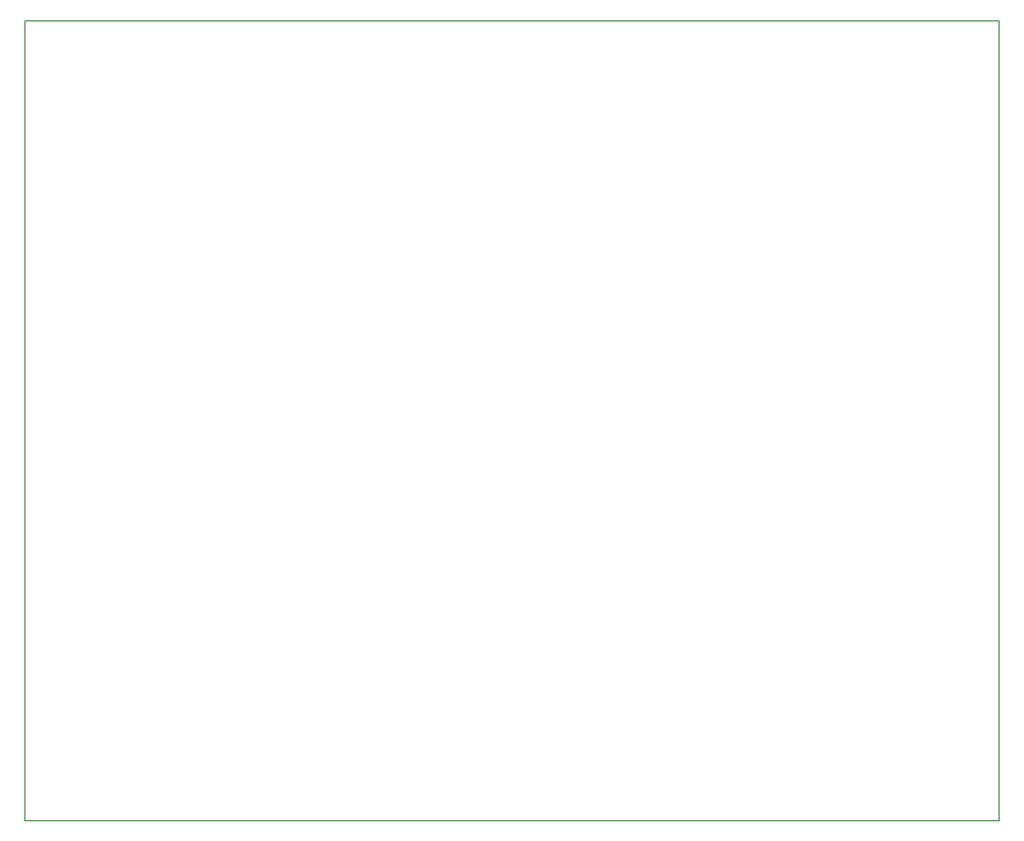
<source format=gbr>
%TF.GenerationSoftware,KiCad,Pcbnew,5.1.10-88a1d61d58~88~ubuntu18.04.1*%
%TF.CreationDate,2021-11-20T16:29:15+11:00*%
%TF.ProjectId,distanceSensorUltrasonicLCD,64697374-616e-4636-9553-656e736f7255,1.0*%
%TF.SameCoordinates,Original*%
%TF.FileFunction,Profile,NP*%
%FSLAX46Y46*%
G04 Gerber Fmt 4.6, Leading zero omitted, Abs format (unit mm)*
G04 Created by KiCad (PCBNEW 5.1.10-88a1d61d58~88~ubuntu18.04.1) date 2021-11-20 16:29:15*
%MOMM*%
%LPD*%
G01*
G04 APERTURE LIST*
%TA.AperFunction,Profile*%
%ADD10C,0.150000*%
%TD*%
G04 APERTURE END LIST*
D10*
X86360000Y-157480000D02*
X86360000Y-40640000D01*
X228600000Y-157480000D02*
X86360000Y-157480000D01*
X228600000Y-40640000D02*
X228600000Y-157480000D01*
X86360000Y-40640000D02*
X228600000Y-40640000D01*
M02*

</source>
